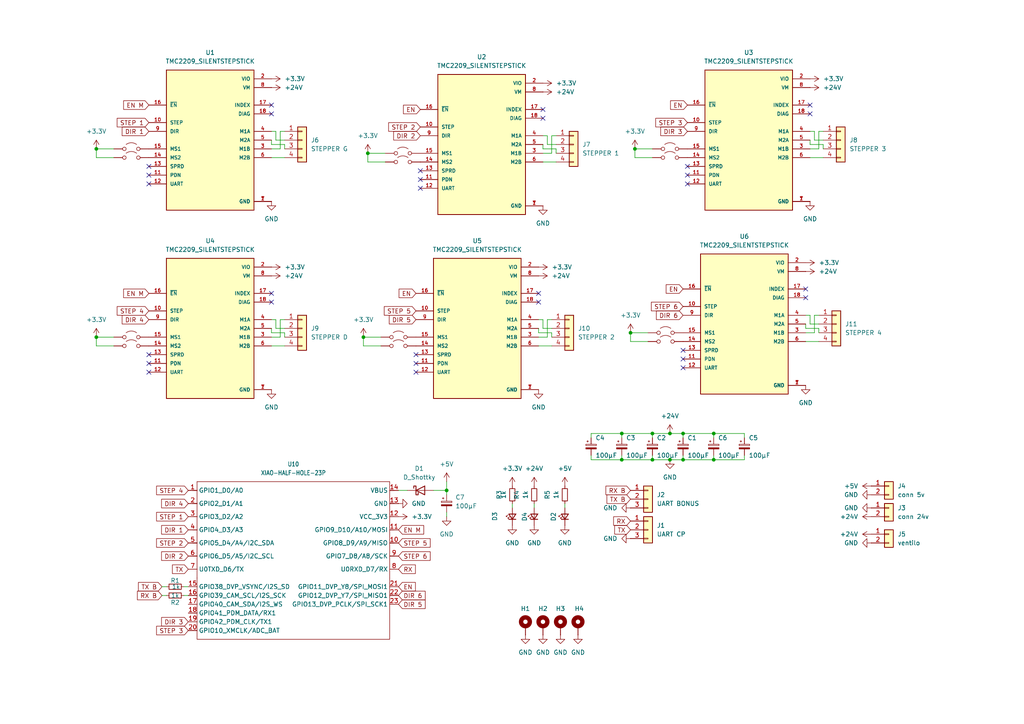
<source format=kicad_sch>
(kicad_sch (version 20250114) (generator "eeschema") (generator_version "9.0")
  (paper "A4")
  (junction (at 194.31 133.35))
  (junction (at 184.15 43.18))
  (junction (at 189.23 125.73))
  (junction (at 189.23 133.35))
  (junction (at 180.34 133.35))
  (junction (at 198.12 133.35))
  (junction (at 194.31 125.73))
  (junction (at 27.94 97.79))
  (junction (at 207.01 133.35))
  (junction (at 106.68 44.45))
  (junction (at 105.41 97.79))
  (junction (at 129.54 142.24))
  (junction (at 198.12 125.73))
  (junction (at 207.01 125.73))
  (junction (at 182.88 96.52))
  (junction (at 27.94 43.18))
  (junction (at 180.34 125.73))
  (no_connect (at 157.48 34.29))
  (no_connect (at 43.18 107.95))
  (no_connect (at 121.92 49.53))
  (no_connect (at 199.39 53.34))
  (no_connect (at 43.18 53.34))
  (no_connect (at 156.21 87.63))
  (no_connect (at 78.74 87.63))
  (no_connect (at 43.18 48.26))
  (no_connect (at 43.18 105.41))
  (no_connect (at 120.65 102.87))
  (no_connect (at 233.68 83.82))
  (no_connect (at 198.12 104.14))
  (no_connect (at 120.65 105.41))
  (no_connect (at 199.39 50.8))
  (no_connect (at 78.74 33.02))
  (no_connect (at 156.21 85.09))
  (no_connect (at 121.92 54.61))
  (no_connect (at 234.95 30.48))
  (no_connect (at 234.95 33.02))
  (no_connect (at 43.18 50.8))
  (no_connect (at 78.74 30.48))
  (no_connect (at 43.18 102.87))
  (no_connect (at 198.12 106.68))
  (no_connect (at 198.12 101.6))
  (no_connect (at 199.39 48.26))
  (no_connect (at 233.68 86.36))
  (no_connect (at 78.74 85.09))
  (no_connect (at 157.48 31.75))
  (no_connect (at 121.92 52.07))
  (no_connect (at 120.65 107.95))
  (wire (pts (xy 234.95 41.91) (xy 238.76 41.91)))
  (wire (pts (xy 27.94 43.18) (xy 27.94 45.72)))
  (wire (pts (xy 233.68 96.52) (xy 236.22 96.52)))
  (wire (pts (xy 160.02 44.45) (xy 160.02 39.37)))
  (wire (pts (xy 237.49 95.25) (xy 237.49 96.52)))
  (wire (pts (xy 234.95 40.64) (xy 234.95 41.91)))
  (wire (pts (xy 233.68 91.44) (xy 234.95 91.44)))
  (wire (pts (xy 234.95 38.1) (xy 236.22 38.1)))
  (wire (pts (xy 129.54 142.24) (xy 129.54 143.51)))
  (wire (pts (xy 46.99 170.18) (xy 48.26 170.18)))
  (wire (pts (xy 82.55 41.91) (xy 82.55 43.18)))
  (wire (pts (xy 81.28 38.1) (xy 82.55 38.1)))
  (wire (pts (xy 78.74 95.25) (xy 78.74 96.52)))
  (wire (pts (xy 106.68 44.45) (xy 111.76 44.45)))
  (wire (pts (xy 171.45 133.35) (xy 180.34 133.35)))
  (wire (pts (xy 207.01 132.08) (xy 207.01 133.35)))
  (wire (pts (xy 157.48 95.25) (xy 160.02 95.25)))
  (wire (pts (xy 237.49 43.18) (xy 237.49 38.1)))
  (wire (pts (xy 78.74 43.18) (xy 81.28 43.18)))
  (wire (pts (xy 157.48 39.37) (xy 158.75 39.37)))
  (wire (pts (xy 182.88 96.52) (xy 182.88 99.06)))
  (wire (pts (xy 233.68 99.06) (xy 237.49 99.06)))
  (wire (pts (xy 129.54 149.86) (xy 129.54 148.59)))
  (wire (pts (xy 236.22 96.52) (xy 236.22 91.44)))
  (wire (pts (xy 198.12 125.73) (xy 207.01 125.73)))
  (wire (pts (xy 78.74 38.1) (xy 80.01 38.1)))
  (wire (pts (xy 189.23 132.08) (xy 189.23 133.35)))
  (wire (pts (xy 157.48 44.45) (xy 160.02 44.45)))
  (wire (pts (xy 105.41 97.79) (xy 105.41 100.33)))
  (wire (pts (xy 189.23 125.73) (xy 189.23 127)))
  (wire (pts (xy 27.94 100.33) (xy 33.02 100.33)))
  (wire (pts (xy 207.01 133.35) (xy 215.9 133.35)))
  (wire (pts (xy 161.29 43.18) (xy 161.29 44.45)))
  (wire (pts (xy 158.75 41.91) (xy 161.29 41.91)))
  (wire (pts (xy 80.01 38.1) (xy 80.01 40.64)))
  (wire (pts (xy 27.94 43.18) (xy 33.02 43.18)))
  (wire (pts (xy 81.28 43.18) (xy 81.28 38.1)))
  (wire (pts (xy 27.94 45.72) (xy 33.02 45.72)))
  (wire (pts (xy 82.55 96.52) (xy 82.55 97.79)))
  (wire (pts (xy 156.21 97.79) (xy 158.75 97.79)))
  (wire (pts (xy 163.83 147.32) (xy 163.83 146.05)))
  (wire (pts (xy 207.01 125.73) (xy 207.01 127)))
  (wire (pts (xy 78.74 96.52) (xy 82.55 96.52)))
  (wire (pts (xy 184.15 45.72) (xy 189.23 45.72)))
  (wire (pts (xy 180.34 125.73) (xy 180.34 127)))
  (wire (pts (xy 198.12 125.73) (xy 198.12 127)))
  (wire (pts (xy 80.01 95.25) (xy 82.55 95.25)))
  (wire (pts (xy 105.41 97.79) (xy 110.49 97.79)))
  (wire (pts (xy 53.34 172.72) (xy 54.61 172.72)))
  (wire (pts (xy 194.31 125.73) (xy 198.12 125.73)))
  (wire (pts (xy 118.11 142.24) (xy 115.57 142.24)))
  (wire (pts (xy 78.74 40.64) (xy 78.74 41.91)))
  (wire (pts (xy 78.74 41.91) (xy 82.55 41.91)))
  (wire (pts (xy 215.9 125.73) (xy 207.01 125.73)))
  (wire (pts (xy 182.88 99.06) (xy 187.96 99.06)))
  (wire (pts (xy 184.15 43.18) (xy 184.15 45.72)))
  (wire (pts (xy 236.22 91.44) (xy 237.49 91.44)))
  (wire (pts (xy 184.15 43.18) (xy 189.23 43.18)))
  (wire (pts (xy 238.76 41.91) (xy 238.76 43.18)))
  (wire (pts (xy 157.48 41.91) (xy 157.48 43.18)))
  (wire (pts (xy 158.75 39.37) (xy 158.75 41.91)))
  (wire (pts (xy 78.74 97.79) (xy 81.28 97.79)))
  (wire (pts (xy 78.74 45.72) (xy 82.55 45.72)))
  (wire (pts (xy 81.28 92.71) (xy 82.55 92.71)))
  (wire (pts (xy 198.12 133.35) (xy 207.01 133.35)))
  (wire (pts (xy 180.34 125.73) (xy 189.23 125.73)))
  (wire (pts (xy 233.68 95.25) (xy 237.49 95.25)))
  (wire (pts (xy 148.59 147.32) (xy 148.59 146.05)))
  (wire (pts (xy 27.94 97.79) (xy 33.02 97.79)))
  (wire (pts (xy 156.21 100.33) (xy 160.02 100.33)))
  (wire (pts (xy 80.01 92.71) (xy 80.01 95.25)))
  (wire (pts (xy 106.68 44.45) (xy 106.68 46.99)))
  (wire (pts (xy 46.99 172.72) (xy 48.26 172.72)))
  (wire (pts (xy 234.95 93.98) (xy 237.49 93.98)))
  (wire (pts (xy 171.45 132.08) (xy 171.45 133.35)))
  (wire (pts (xy 157.48 92.71) (xy 157.48 95.25)))
  (wire (pts (xy 236.22 38.1) (xy 236.22 40.64)))
  (wire (pts (xy 81.28 97.79) (xy 81.28 92.71)))
  (wire (pts (xy 27.94 97.79) (xy 27.94 100.33)))
  (wire (pts (xy 157.48 43.18) (xy 161.29 43.18)))
  (wire (pts (xy 154.94 147.32) (xy 154.94 146.05)))
  (wire (pts (xy 160.02 39.37) (xy 161.29 39.37)))
  (wire (pts (xy 233.68 93.98) (xy 233.68 95.25)))
  (wire (pts (xy 53.34 170.18) (xy 54.61 170.18)))
  (wire (pts (xy 234.95 45.72) (xy 238.76 45.72)))
  (wire (pts (xy 157.48 46.99) (xy 161.29 46.99)))
  (wire (pts (xy 125.73 142.24) (xy 129.54 142.24)))
  (wire (pts (xy 160.02 96.52) (xy 160.02 97.79)))
  (wire (pts (xy 189.23 125.73) (xy 194.31 125.73)))
  (wire (pts (xy 215.9 125.73) (xy 215.9 127)))
  (wire (pts (xy 180.34 132.08) (xy 180.34 133.35)))
  (wire (pts (xy 180.34 133.35) (xy 189.23 133.35)))
  (wire (pts (xy 171.45 125.73) (xy 171.45 127)))
  (wire (pts (xy 215.9 132.08) (xy 215.9 133.35)))
  (wire (pts (xy 236.22 40.64) (xy 238.76 40.64)))
  (wire (pts (xy 78.74 92.71) (xy 80.01 92.71)))
  (wire (pts (xy 156.21 95.25) (xy 156.21 96.52)))
  (wire (pts (xy 234.95 91.44) (xy 234.95 93.98)))
  (wire (pts (xy 158.75 97.79) (xy 158.75 92.71)))
  (wire (pts (xy 105.41 100.33) (xy 110.49 100.33)))
  (wire (pts (xy 194.31 133.35) (xy 198.12 133.35)))
  (wire (pts (xy 80.01 40.64) (xy 82.55 40.64)))
  (wire (pts (xy 158.75 92.71) (xy 160.02 92.71)))
  (wire (pts (xy 129.54 142.24) (xy 129.54 139.7)))
  (wire (pts (xy 182.88 96.52) (xy 187.96 96.52)))
  (wire (pts (xy 106.68 46.99) (xy 111.76 46.99)))
  (wire (pts (xy 180.34 125.73) (xy 171.45 125.73)))
  (wire (pts (xy 189.23 133.35) (xy 194.31 133.35)))
  (wire (pts (xy 198.12 132.08) (xy 198.12 133.35)))
  (wire (pts (xy 78.74 100.33) (xy 82.55 100.33)))
  (wire (pts (xy 156.21 92.71) (xy 157.48 92.71)))
  (wire (pts (xy 156.21 96.52) (xy 160.02 96.52)))
  (wire (pts (xy 234.95 43.18) (xy 237.49 43.18)))
  (wire (pts (xy 237.49 38.1) (xy 238.76 38.1)))
  (global_label "STEP 6" (shape input) (at 198.12 88.9 180) (property "Intersheetrefs" "${INTERSHEET_REFS}" (effects (hide yes))))
  (global_label "DIR 5" (shape input) (at 115.57 175.26 0) (property "Intersheetrefs" "${INTERSHEET_REFS}" (effects (hide yes))))
  (global_label "STEP 4" (shape input) (at 43.18 90.17 180) (property "Intersheetrefs" "${INTERSHEET_REFS}" (effects (hide yes))))
  (global_label "DIR 3" (shape input) (at 199.39 38.1 180) (property "Intersheetrefs" "${INTERSHEET_REFS}" (effects (hide yes))))
  (global_label "EN" (shape input) (at 115.57 170.18 0) (property "Intersheetrefs" "${INTERSHEET_REFS}" (effects (hide yes))))
  (global_label "DIR 4" (shape input) (at 43.18 92.71 180) (property "Intersheetrefs" "${INTERSHEET_REFS}" (effects (hide yes))))
  (global_label "STEP 5" (shape input) (at 115.57 157.48 0) (property "Intersheetrefs" "${INTERSHEET_REFS}" (effects (hide yes))))
  (global_label "EN" (shape input) (at 120.65 85.09 180) (property "Intersheetrefs" "${INTERSHEET_REFS}" (effects (hide yes))))
  (global_label "DIR 3" (shape input) (at 54.61 180.34 180) (property "Intersheetrefs" "${INTERSHEET_REFS}" (effects (hide yes))))
  (global_label "TX B" (shape input) (at 46.99 170.18 180) (property "Intersheetrefs" "${INTERSHEET_REFS}" (effects (hide yes))))
  (global_label "DIR 2" (shape input) (at 121.92 39.37 180) (property "Intersheetrefs" "${INTERSHEET_REFS}" (effects (hide yes))))
  (global_label "STEP 2" (shape input) (at 121.92 36.83 180) (property "Intersheetrefs" "${INTERSHEET_REFS}" (effects (hide yes))))
  (global_label "EN M" (shape input) (at 43.18 30.48 180) (property "Intersheetrefs" "${INTERSHEET_REFS}" (effects (hide yes))))
  (global_label "TX B" (shape input) (at 182.88 144.78 180) (property "Intersheetrefs" "${INTERSHEET_REFS}" (effects (hide yes))))
  (global_label "TX" (shape input) (at 54.61 165.1 180) (property "Intersheetrefs" "${INTERSHEET_REFS}" (effects (hide yes))))
  (global_label "EN" (shape input) (at 198.12 83.82 180) (property "Intersheetrefs" "${INTERSHEET_REFS}" (effects (hide yes))))
  (global_label "RX B" (shape input) (at 46.99 172.72 180) (property "Intersheetrefs" "${INTERSHEET_REFS}" (effects (hide yes))))
  (global_label "DIR 4" (shape input) (at 54.61 146.05 180) (property "Intersheetrefs" "${INTERSHEET_REFS}" (effects (hide yes))))
  (global_label "STEP 3" (shape input) (at 54.61 182.88 180) (property "Intersheetrefs" "${INTERSHEET_REFS}" (effects (hide yes))))
  (global_label "DIR 5" (shape input) (at 120.65 92.71 180) (property "Intersheetrefs" "${INTERSHEET_REFS}" (effects (hide yes))))
  (global_label "STEP 1" (shape input) (at 43.18 35.56 180) (property "Intersheetrefs" "${INTERSHEET_REFS}" (effects (hide yes))))
  (global_label "DIR 1" (shape input) (at 54.61 153.67 180) (property "Intersheetrefs" "${INTERSHEET_REFS}" (effects (hide yes))))
  (global_label "EN M" (shape input) (at 43.18 85.09 180) (property "Intersheetrefs" "${INTERSHEET_REFS}" (effects (hide yes))))
  (global_label "STEP 4" (shape input) (at 54.61 142.24 180) (property "Intersheetrefs" "${INTERSHEET_REFS}" (effects (hide yes))))
  (global_label "STEP 1" (shape input) (at 54.61 149.86 180) (property "Intersheetrefs" "${INTERSHEET_REFS}" (effects (hide yes))))
  (global_label "DIR 6" (shape input) (at 115.57 172.72 0) (property "Intersheetrefs" "${INTERSHEET_REFS}" (effects (hide yes))))
  (global_label "DIR 2" (shape input) (at 54.61 161.29 180) (property "Intersheetrefs" "${INTERSHEET_REFS}" (effects (hide yes))))
  (global_label "RX B" (shape input) (at 182.88 142.24 180) (property "Intersheetrefs" "${INTERSHEET_REFS}" (effects (hide yes))))
  (global_label "EN M" (shape input) (at 115.57 153.67 0) (property "Intersheetrefs" "${INTERSHEET_REFS}" (effects (hide yes))))
  (global_label "TX" (shape input) (at 182.88 153.67 180) (property "Intersheetrefs" "${INTERSHEET_REFS}" (effects (hide yes))))
  (global_label "STEP 3" (shape input) (at 199.39 35.56 180) (property "Intersheetrefs" "${INTERSHEET_REFS}" (effects (hide yes))))
  (global_label "EN" (shape input) (at 121.92 31.75 180) (property "Intersheetrefs" "${INTERSHEET_REFS}" (effects (hide yes))))
  (global_label "RX" (shape input) (at 182.88 151.13 180) (property "Intersheetrefs" "${INTERSHEET_REFS}" (effects (hide yes))))
  (global_label "RX" (shape input) (at 115.57 165.1 0) (property "Intersheetrefs" "${INTERSHEET_REFS}" (effects (hide yes))))
  (global_label "STEP 5" (shape input) (at 120.65 90.17 180) (property "Intersheetrefs" "${INTERSHEET_REFS}" (effects (hide yes))))
  (global_label "STEP 6" (shape input) (at 115.57 161.29 0) (property "Intersheetrefs" "${INTERSHEET_REFS}" (effects (hide yes))))
  (global_label "DIR 1" (shape input) (at 43.18 38.1 180) (property "Intersheetrefs" "${INTERSHEET_REFS}" (effects (hide yes))))
  (global_label "EN" (shape input) (at 199.39 30.48 180) (property "Intersheetrefs" "${INTERSHEET_REFS}" (effects (hide yes))))
  (global_label "DIR 6" (shape input) (at 198.12 91.44 180) (property "Intersheetrefs" "${INTERSHEET_REFS}" (effects (hide yes))))
  (global_label "STEP 2" (shape input) (at 54.61 157.48 180) (property "Intersheetrefs" "${INTERSHEET_REFS}" (effects (hide yes))))
  (symbol (lib_id "Jumper:Jumper_2_Open") (at 38.1 97.79 0) (unit 1)
    (property "Reference" "JP41" (effects (hide yes)))
    (property "Value" "Jumper_2_Open" (effects (hide yes)))
    (property "Footprint" "Jumper:SolderJumper-2_P1.3mm_Open_RoundedPad1.0x1.5mm" (effects (hide yes)))
    (property "Description" "Jumper, 2-pole, open" (effects (hide yes)))
  )
  (symbol (lib_id "Jumper:Jumper_2_Open") (at 194.31 43.18 0) (unit 1)
    (property "Reference" "JP31" (effects (hide yes)))
    (property "Value" "Jumper_2_Open" (effects (hide yes)))
    (property "Footprint" "Jumper:SolderJumper-2_P1.3mm_Open_RoundedPad1.0x1.5mm" (effects (hide yes)))
    (property "Description" "Jumper, 2-pole, open" (effects (hide yes)))
  )
  (symbol (lib_id "power:+3.3V") (at 157.48 24.13 270) (unit 1)
    (property "Reference" "#PWR010" (effects (hide yes)))
    (property "Value" "+3.3V" (at 161.29 24.1299 90) (effects (justify left)))
    (property "Description" "Power symbol creates a global label with name \"+3.3V\"" (effects (hide yes)))
  )
  (symbol (lib_id "Device:C_Polarized_Small") (at 180.34 129.54 0) (unit 1)
    (property "Reference" "C3" (at 181.61 127 0) (effects (justify left)))
    (property "Value" "100µF" (at 181.61 132.08 0) (effects (justify left)))
    (property "Footprint" "Capacitor_THT:CP_Radial_D10.0mm_P5.00mm" (effects (hide yes)))
    (property "Description" "Polarized capacitor, small symbol" (effects (hide yes)))
  )
  (symbol (lib_id "Device:R_Small") (at 163.83 143.51 0) (unit 1)
    (property "Reference" "R5" (at 158.75 143.51 90))
    (property "Value" "1k" (at 161.29 143.51 90))
    (property "Footprint" "Resistor_SMD:R_1206_3216Metric_Pad1.30x1.75mm_HandSolder" (effects (hide yes)))
    (property "Description" "Resistor, small symbol" (effects (hide yes)))
  )
  (symbol (lib_id "Jumper:Jumper_2_Open") (at 194.31 45.72 0) (unit 1)
    (property "Reference" "JP32" (effects (hide yes)))
    (property "Value" "Jumper_2_Open" (effects (hide yes)))
    (property "Footprint" "Jumper:SolderJumper-2_P1.3mm_Open_RoundedPad1.0x1.5mm" (effects (hide yes)))
    (property "Description" "Jumper, 2-pole, open" (effects (hide yes)))
  )
  (symbol (lib_id "power:+3.3V") (at 78.74 77.47 270) (unit 1)
    (property "Reference" "#PWR09" (effects (hide yes)))
    (property "Value" "+3.3V" (at 82.55 77.4699 90) (effects (justify left)))
    (property "Description" "Power symbol creates a global label with name \"+3.3V\"" (effects (hide yes)))
  )
  (symbol (lib_id "Device:R_Small") (at 50.8 170.18 270) (unit 1)
    (property "Reference" "R1" (at 50.8 168.402 90))
    (property "Value" "1k" (at 51.054 170.18 90))
    (property "Footprint" "Resistor_SMD:R_1206_3216Metric_Pad1.30x1.75mm_HandSolder" (effects (hide yes)))
    (property "Description" "Resistor, small symbol" (effects (hide yes)))
  )
  (symbol (lib_id "Mechanical:MountingHole_Pad") (at 157.48 181.61 0) (unit 1)
    (property "Reference" "H2" (at 157.48 176.53 0))
    (property "Value" "MountingHole_Pad" (effects (hide yes)))
    (property "Footprint" "MountingHole:MountingHole_3.2mm_M3_Pad_Via" (effects (hide yes)))
    (property "Description" "Mounting Hole with connection" (effects (hide yes)))
  )
  (symbol (lib_id "power:GND") (at 162.56 184.15 0) (unit 1)
    (property "Reference" "#PWR033" (effects (hide yes)))
    (property "Value" "GND" (at 162.56 189.23 0))
    (property "Description" "Power symbol creates a global label with name \"GND\" , ground" (effects (hide yes)))
  )
  (symbol (lib_id "Mechanical:MountingHole_Pad") (at 162.56 181.61 0) (unit 1)
    (property "Reference" "H3" (at 162.56 176.53 0))
    (property "Value" "MountingHole_Pad" (effects (hide yes)))
    (property "Footprint" "MountingHole:MountingHole_3.2mm_M3_Pad_Via" (effects (hide yes)))
    (property "Description" "Mounting Hole with connection" (effects (hide yes)))
  )
  (symbol (lib_id "power:GND") (at 115.57 146.05 90) (unit 1)
    (property "Reference" "#PWR012" (effects (hide yes)))
    (property "Value" "GND" (at 119.38 146.0499 90) (effects (justify right)))
    (property "Description" "Power symbol creates a global label with name \"GND\" , ground" (effects (hide yes)))
  )
  (symbol (lib_id "power:+24V") (at 157.48 26.67 270) (unit 1)
    (property "Reference" "#PWR040" (effects (hide yes)))
    (property "Value" "+24V" (at 161.29 26.6699 90) (effects (justify left)))
    (property "Description" "Power symbol creates a global label with name \"+24V\"" (effects (hide yes)))
  )
  (symbol (lib_id "Jumper:Jumper_2_Open") (at 115.57 97.79 0) (unit 1)
    (property "Reference" "JP51" (effects (hide yes)))
    (property "Value" "Jumper_2_Open" (effects (hide yes)))
    (property "Footprint" "Jumper:SolderJumper-2_P1.3mm_Open_RoundedPad1.0x1.5mm" (effects (hide yes)))
    (property "Description" "Jumper, 2-pole, open" (effects (hide yes)))
  )
  (symbol (lib_id "Device:LED_Small") (at 154.94 149.86 90) (unit 1)
    (property "Reference" "D4" (at 152.146 149.86 0))
    (property "Value" "LED_Small" (effects (hide yes)))
    (property "Footprint" "LED_SMD:LED_1206_3216Metric" (effects (hide yes)))
    (property "Description" "Light emitting diode, small symbol" (effects (hide yes)))
    (property "Sim.Pin" "1=K 2=A" (effects (hide yes)))
  )
  (symbol (lib_id "power:GND") (at 163.83 152.4 0) (unit 1)
    (property "Reference" "#PWR018" (effects (hide yes)))
    (property "Value" "GND" (at 163.83 157.48 0))
    (property "Description" "Power symbol creates a global label with name \"GND\" , ground" (effects (hide yes)))
  )
  (symbol (lib_id "TMC2209_SILENTSTEPSTICK:TMC2209_SILENTSTEPSTICK") (at 139.7 41.91 0) (unit 1)
    (property "Reference" "U2" (at 139.7 16.51 0))
    (property "Value" "TMC2209_SILENTSTEPSTICK" (at 139.7 19.05 0))
    (property "Footprint" "TMC2209_SILENTSTEPSTICK:MODULE_TMC2209_SILENTSTEPSTICK" (effects (hide yes)))
    (property "MF" "Trinamic Motion Control GmbH" (effects (hide yes)))
    (property "Description_1" "TMC2209 Motor Controller/Driver Power Management Evaluation Board" (effects (hide yes)))
    (property "Package" "None" (effects (hide yes)))
    (property "Price" "None" (effects (hide yes)))
    (property "Check_prices" "https://www.snapeda.com/parts/TMC2209%20SILENTSTEPSTICK/Trinamic/view-part/?ref=eda" (effects (hide yes)))
    (property "STANDARD" "Manufacturer Recommendations" (effects (hide yes)))
    (property "PARTREV" "1.20" (effects (hide yes)))
    (property "SnapEDA_Link" "https://www.snapeda.com/parts/TMC2209%20SILENTSTEPSTICK/Trinamic/view-part/?ref=snap" (effects (hide yes)))
    (property "MP" "TMC2209 SILENTSTEPSTICK" (effects (hide yes)))
    (property "MANUFACTURER" "Trinamic Motion Control GmbH" (effects (hide yes)))
    (property "Availability" "In Stock" (effects (hide yes)))
    (property "SNAPEDA_PN" "TMC2209 SILENTSTEPSTICK" (effects (hide yes)))
  )
  (symbol (lib_id "Jumper:Jumper_2_Open") (at 193.04 99.06 0) (unit 1)
    (property "Reference" "JP62" (effects (hide yes)))
    (property "Value" "Jumper_2_Open" (effects (hide yes)))
    (property "Footprint" "Jumper:SolderJumper-2_P1.3mm_Open_RoundedPad1.0x1.5mm" (effects (hide yes)))
    (property "Description" "Jumper, 2-pole, open" (effects (hide yes)))
  )
  (symbol (lib_id "power:GND") (at 157.48 59.69 0) (unit 1)
    (property "Reference" "#PWR022" (effects (hide yes)))
    (property "Value" "GND" (at 157.48 64.77 0))
    (property "Description" "Power symbol creates a global label with name \"GND\" , ground" (effects (hide yes)))
  )
  (symbol (lib_id "power:GND") (at 78.74 58.42 0) (unit 1)
    (property "Reference" "#PWR020" (effects (hide yes)))
    (property "Value" "GND" (at 78.74 63.5 0))
    (property "Description" "Power symbol creates a global label with name \"GND\" , ground" (effects (hide yes)))
  )
  (symbol (lib_id "power:GND") (at 252.73 143.51 270) (unit 1)
    (property "Reference" "#PWR016" (effects (hide yes)))
    (property "Value" "GND" (at 248.92 143.5099 90) (effects (justify right)))
    (property "Description" "Power symbol creates a global label with name \"GND\" , ground" (effects (hide yes)))
  )
  (symbol (lib_id "MOUDLE-SEEEDUINO-XIAO-ESP32S3-Plus:Module/XIAO-HALF-HOLE-23P") (at 78.74 153.67 0) (unit 1)
    (property "Reference" "U10" (at 85.09 134.62 0) (effects (font (size 1.27 1.0795))))
    (property "Value" "XIAO-HALF-HOLE-23P" (at 85.09 137.16 0) (effects (font (size 1.27 1.0795))))
    (property "Footprint" "Seeed Studio XIAO ESP32S3 Plus KiCAD Library 2:MOUDLE23P-SMD-2.54-21X17.8MM.kicad_mod.kicad_sym" (effects (hide yes)))
    (property "Description" "XIAO-HALF-HOLE-23P" (effects (hide yes)))
    (property "SKU" "XIAO-HALF-HOLE-23P" (effects (hide yes)))
  )
  (symbol (lib_id "power:GND") (at 157.48 184.15 0) (unit 1)
    (property "Reference" "#PWR031" (effects (hide yes)))
    (property "Value" "GND" (at 157.48 189.23 0))
    (property "Description" "Power symbol creates a global label with name \"GND\" , ground" (effects (hide yes)))
  )
  (symbol (lib_id "power:+3.3V") (at 184.15 43.18 0) (unit 1)
    (property "Reference" "#PWR044" (effects (hide yes)))
    (property "Value" "+3.3V" (at 184.15 38.1 0))
    (property "Description" "Power symbol creates a global label with name \"+3.3V\"" (effects (hide yes)))
  )
  (symbol (lib_id "power:GND") (at 167.64 184.15 0) (unit 1)
    (property "Reference" "#PWR042" (effects (hide yes)))
    (property "Value" "GND" (at 167.64 189.23 0))
    (property "Description" "Power symbol creates a global label with name \"GND\" , ground" (effects (hide yes)))
  )
  (symbol (lib_id "TMC2209_SILENTSTEPSTICK:TMC2209_SILENTSTEPSTICK") (at 215.9 93.98 0) (unit 1)
    (property "Reference" "U6" (at 215.9 68.58 0))
    (property "Value" "TMC2209_SILENTSTEPSTICK" (at 215.9 71.12 0))
    (property "Footprint" "TMC2209_SILENTSTEPSTICK:MODULE_TMC2209_SILENTSTEPSTICK" (effects (hide yes)))
    (property "MF" "Trinamic Motion Control GmbH" (effects (hide yes)))
    (property "Description_1" "TMC2209 Motor Controller/Driver Power Management Evaluation Board" (effects (hide yes)))
    (property "Package" "None" (effects (hide yes)))
    (property "Price" "None" (effects (hide yes)))
    (property "Check_prices" "https://www.snapeda.com/parts/TMC2209%20SILENTSTEPSTICK/Trinamic/view-part/?ref=eda" (effects (hide yes)))
    (property "STANDARD" "Manufacturer Recommendations" (effects (hide yes)))
    (property "PARTREV" "1.20" (effects (hide yes)))
    (property "SnapEDA_Link" "https://www.snapeda.com/parts/TMC2209%20SILENTSTEPSTICK/Trinamic/view-part/?ref=snap" (effects (hide yes)))
    (property "MP" "TMC2209 SILENTSTEPSTICK" (effects (hide yes)))
    (property "MANUFACTURER" "Trinamic Motion Control GmbH" (effects (hide yes)))
    (property "Availability" "In Stock" (effects (hide yes)))
    (property "SNAPEDA_PN" "TMC2209 SILENTSTEPSTICK" (effects (hide yes)))
  )
  (symbol (lib_id "power:+3.3V") (at 27.94 97.79 0) (unit 1)
    (property "Reference" "#PWR027" (effects (hide yes)))
    (property "Value" "+3.3V" (at 27.94 92.71 0))
    (property "Description" "Power symbol creates a global label with name \"+3.3V\"" (effects (hide yes)))
  )
  (symbol (lib_id "Mechanical:MountingHole_Pad") (at 152.4 181.61 0) (unit 1)
    (property "Reference" "H1" (at 152.4 176.53 0))
    (property "Value" "MountingHole_Pad" (effects (hide yes)))
    (property "Footprint" "MountingHole:MountingHole_3.2mm_M3_Pad_Via" (effects (hide yes)))
    (property "Description" "Mounting Hole with connection" (effects (hide yes)))
  )
  (symbol (lib_id "power:+3.3V") (at 27.94 43.18 0) (unit 1)
    (property "Reference" "#PWR026" (effects (hide yes)))
    (property "Value" "+3.3V" (at 27.94 38.1 0))
    (property "Description" "Power symbol creates a global label with name \"+3.3V\"" (effects (hide yes)))
  )
  (symbol (lib_id "Connector_Generic:Conn_01x04") (at 165.1 95.25 0) (unit 1)
    (property "Reference" "J10" (at 167.64 95.2499 0) (effects (justify left)))
    (property "Value" "STEPPER 2" (at 167.64 97.7899 0) (effects (justify left)))
    (property "Footprint" "Connector_Molex:Molex_KK-254_AE-6410-04A_1x04_P2.54mm_Vertical" (effects (hide yes)))
    (property "Description" "Generic connector, single row, 01x04, script generated (kicad-library-utils/schlib/autogen/connector/)" (effects (hide yes)))
  )
  (symbol (lib_id "Connector_Generic:Conn_01x04") (at 87.63 95.25 0) (unit 1)
    (property "Reference" "J9" (at 90.17 95.2499 0) (effects (justify left)))
    (property "Value" "STEPPER D" (at 90.17 97.7899 0) (effects (justify left)))
    (property "Footprint" "Connector_Molex:Molex_KK-254_AE-6410-04A_1x04_P2.54mm_Vertical" (effects (hide yes)))
    (property "Description" "Generic connector, single row, 01x04, script generated (kicad-library-utils/schlib/autogen/connector/)" (effects (hide yes)))
  )
  (symbol (lib_id "power:GND") (at 78.74 113.03 0) (unit 1)
    (property "Reference" "#PWR021" (effects (hide yes)))
    (property "Value" "GND" (at 78.74 118.11 0))
    (property "Description" "Power symbol creates a global label with name \"GND\" , ground" (effects (hide yes)))
  )
  (symbol (lib_id "Device:LED_Small") (at 163.83 149.86 90) (unit 1)
    (property "Reference" "D2" (at 160.528 149.86 0))
    (property "Value" "LED_Small" (effects (hide yes)))
    (property "Footprint" "LED_SMD:LED_1206_3216Metric" (effects (hide yes)))
    (property "Description" "Light emitting diode, small symbol" (effects (hide yes)))
    (property "Sim.Pin" "1=K 2=A" (effects (hide yes)))
  )
  (symbol (lib_id "Jumper:Jumper_2_Open") (at 38.1 43.18 0) (unit 1)
    (property "Reference" "JP11" (effects (hide yes)))
    (property "Value" "Jumper_2_Open" (effects (hide yes)))
    (property "Footprint" "Jumper:SolderJumper-2_P1.3mm_Open_RoundedPad1.0x1.5mm" (effects (hide yes)))
    (property "Description" "Jumper, 2-pole, open" (effects (hide yes)))
  )
  (symbol (lib_id "power:+24V") (at 194.31 125.73 0) (mirror y) (unit 1)
    (property "Reference" "#PWR037" (effects (hide yes)))
    (property "Value" "+24V" (at 194.31 120.65 0))
    (property "Description" "Power symbol creates a global label with name \"+24V\"" (effects (hide yes)))
  )
  (symbol (lib_id "power:GND") (at 182.88 147.32 270) (unit 1)
    (property "Reference" "#PWR063" (effects (hide yes)))
    (property "Value" "GND" (at 179.07 147.3199 90) (effects (justify right)))
    (property "Description" "Power symbol creates a global label with name \"GND\" , ground" (effects (hide yes)))
  )
  (symbol (lib_id "Connector_Generic:Conn_01x03") (at 187.96 144.78 0) (unit 1)
    (property "Reference" "J2" (at 190.5 143.5099 0) (effects (justify left)))
    (property "Value" "UART BONUS" (at 190.5 146.0499 0) (effects (justify left)))
    (property "Footprint" "Connector_Molex:Molex_KK-254_AE-6410-03A_1x03_P2.54mm_Vertical" (effects (hide yes)))
    (property "Description" "Generic connector, single row, 01x03, script generated (kicad-library-utils/schlib/autogen/connector/)" (effects (hide yes)))
  )
  (symbol (lib_id "power:+24V") (at 233.68 78.74 270) (unit 1)
    (property "Reference" "#PWR045" (effects (hide yes)))
    (property "Value" "+24V" (at 237.49 78.7399 90) (effects (justify left)))
    (property "Description" "Power symbol creates a global label with name \"+24V\"" (effects (hide yes)))
  )
  (symbol (lib_id "power:+24V") (at 154.94 140.97 0) (unit 1)
    (property "Reference" "#PWR035" (effects (hide yes)))
    (property "Value" "+24V" (at 154.94 135.89 0))
    (property "Description" "Power symbol creates a global label with name \"+24V\"" (effects (hide yes)))
  )
  (symbol (lib_id "power:+3.3V") (at 234.95 22.86 270) (unit 1)
    (property "Reference" "#PWR014" (effects (hide yes)))
    (property "Value" "+3.3V" (at 238.76 22.8599 90) (effects (justify left)))
    (property "Description" "Power symbol creates a global label with name \"+3.3V\"" (effects (hide yes)))
  )
  (symbol (lib_id "power:GND") (at 252.73 147.32 270) (unit 1)
    (property "Reference" "#PWR08" (effects (hide yes)))
    (property "Value" "GND" (at 248.92 147.3199 90) (effects (justify right)))
    (property "Description" "Power symbol creates a global label with name \"GND\" , ground" (effects (hide yes)))
  )
  (symbol (lib_id "Device:R_Small") (at 148.59 143.51 0) (unit 1)
    (property "Reference" "R3" (at 144.78 143.51 90))
    (property "Value" "1k" (at 146.05 143.51 90))
    (property "Footprint" "Resistor_SMD:R_1206_3216Metric_Pad1.30x1.75mm_HandSolder" (effects (hide yes)))
    (property "Description" "Resistor, small symbol" (effects (hide yes)))
  )
  (symbol (lib_id "power:+24V") (at 78.74 25.4 270) (unit 1)
    (property "Reference" "#PWR038" (effects (hide yes)))
    (property "Value" "+24V" (at 82.55 25.3999 90) (effects (justify left)))
    (property "Description" "Power symbol creates a global label with name \"+24V\"" (effects (hide yes)))
  )
  (symbol (lib_id "Jumper:Jumper_2_Open") (at 38.1 100.33 0) (unit 1)
    (property "Reference" "JP42" (effects (hide yes)))
    (property "Value" "Jumper_2_Open" (effects (hide yes)))
    (property "Footprint" "Jumper:SolderJumper-2_P1.3mm_Open_RoundedPad1.0x1.5mm" (effects (hide yes)))
    (property "Description" "Jumper, 2-pole, open" (effects (hide yes)))
  )
  (symbol (lib_id "power:+3.3V") (at 78.74 22.86 270) (unit 1)
    (property "Reference" "#PWR07" (effects (hide yes)))
    (property "Value" "+3.3V" (at 82.55 22.8599 90) (effects (justify left)))
    (property "Description" "Power symbol creates a global label with name \"+3.3V\"" (effects (hide yes)))
  )
  (symbol (lib_id "power:+24V") (at 252.73 149.86 90) (unit 1)
    (property "Reference" "#PWR01" (effects (hide yes)))
    (property "Value" "+24V" (at 248.92 149.8599 90) (effects (justify left)))
    (property "Description" "Power symbol creates a global label with name \"+24V\"" (effects (hide yes)))
  )
  (symbol (lib_id "Connector_Generic:Conn_01x02") (at 257.81 140.97 0) (unit 1)
    (property "Reference" "J4" (at 260.35 140.9699 0) (effects (justify left)))
    (property "Value" "conn 5v" (at 260.35 143.5099 0) (effects (justify left)))
    (property "Footprint" "Connector_Molex:Molex_KK-254_AE-6410-02A_1x02_P2.54mm_Vertical" (effects (hide yes)))
    (property "Description" "Generic connector, single row, 01x02, script generated (kicad-library-utils/schlib/autogen/connector/)" (effects (hide yes)))
  )
  (symbol (lib_id "Device:C_Polarized_Small") (at 215.9 129.54 0) (unit 1)
    (property "Reference" "C5" (at 217.17 127 0) (effects (justify left)))
    (property "Value" "100µF" (at 217.17 132.08 0) (effects (justify left)))
    (property "Footprint" "Capacitor_THT:CP_Radial_D10.0mm_P5.00mm" (effects (hide yes)))
    (property "Description" "Polarized capacitor, small symbol" (effects (hide yes)))
  )
  (symbol (lib_id "Jumper:Jumper_2_Open") (at 38.1 45.72 0) (unit 1)
    (property "Reference" "JP12" (effects (hide yes)))
    (property "Value" "Jumper_2_Open" (effects (hide yes)))
    (property "Footprint" "Jumper:SolderJumper-2_P1.3mm_Open_RoundedPad1.0x1.5mm" (effects (hide yes)))
    (property "Description" "Jumper, 2-pole, open" (effects (hide yes)))
  )
  (symbol (lib_id "Device:C_Polarized_Small") (at 129.54 146.05 0) (unit 1)
    (property "Reference" "C7" (at 132.08 144.2338 0) (effects (justify left)))
    (property "Value" "100µF" (at 132.08 146.7738 0) (effects (justify left)))
    (property "Footprint" "Capacitor_THT:CP_Radial_D5.0mm_P2.00mm" (effects (hide yes)))
    (property "Description" "Polarized capacitor, small symbol" (effects (hide yes)))
  )
  (symbol (lib_id "Device:C_Polarized_Small") (at 207.01 129.54 0) (unit 1)
    (property "Reference" "C6" (at 208.28 127 0) (effects (justify left)))
    (property "Value" "100µF" (at 208.28 132.08 0) (effects (justify left)))
    (property "Footprint" "Capacitor_THT:CP_Radial_D10.0mm_P5.00mm" (effects (hide yes)))
    (property "Description" "Polarized capacitor, small symbol" (effects (hide yes)))
  )
  (symbol (lib_id "power:GND") (at 148.59 152.4 0) (unit 1)
    (property "Reference" "#PWR034" (effects (hide yes)))
    (property "Value" "GND" (at 148.59 157.48 0))
    (property "Description" "Power symbol creates a global label with name \"GND\" , ground" (effects (hide yes)))
  )
  (symbol (lib_id "Connector_Generic:Conn_01x02") (at 257.81 147.32 0) (unit 1)
    (property "Reference" "J3" (at 260.35 147.3199 0) (effects (justify left)))
    (property "Value" "conn 24v" (at 260.35 149.8599 0) (effects (justify left)))
    (property "Footprint" "Connector_AMASS:AMASS_XT30U-F_1x02_P5.0mm_Vertical" (effects (hide yes)))
    (property "Description" "Generic connector, single row, 01x02, script generated (kicad-library-utils/schlib/autogen/connector/)" (effects (hide yes)))
  )
  (symbol (lib_id "power:GND") (at 152.4 184.15 0) (unit 1)
    (property "Reference" "#PWR030" (effects (hide yes)))
    (property "Value" "GND" (at 152.4 189.23 0))
    (property "Description" "Power symbol creates a global label with name \"GND\" , ground" (effects (hide yes)))
  )
  (symbol (lib_id "power:+24V") (at 78.74 80.01 270) (unit 1)
    (property "Reference" "#PWR039" (effects (hide yes)))
    (property "Value" "+24V" (at 82.55 80.0099 90) (effects (justify left)))
    (property "Description" "Power symbol creates a global label with name \"+24V\"" (effects (hide yes)))
  )
  (symbol (lib_id "Device:C_Polarized_Small") (at 198.12 129.54 0) (unit 1)
    (property "Reference" "C1" (at 199.39 127 0) (effects (justify left)))
    (property "Value" "100µF" (at 199.39 132.08 0) (effects (justify left)))
    (property "Footprint" "Capacitor_THT:CP_Radial_D10.0mm_P5.00mm" (effects (hide yes)))
    (property "Description" "Polarized capacitor, small symbol" (effects (hide yes)))
  )
  (symbol (lib_id "TMC2209_SILENTSTEPSTICK:TMC2209_SILENTSTEPSTICK") (at 60.96 40.64 0) (unit 1)
    (property "Reference" "U1" (at 60.96 15.24 0))
    (property "Value" "TMC2209_SILENTSTEPSTICK" (at 60.96 17.78 0))
    (property "Footprint" "TMC2209_SILENTSTEPSTICK:MODULE_TMC2209_SILENTSTEPSTICK" (effects (hide yes)))
    (property "MF" "Trinamic Motion Control GmbH" (effects (hide yes)))
    (property "Description_1" "TMC2209 Motor Controller/Driver Power Management Evaluation Board" (effects (hide yes)))
    (property "Package" "None" (effects (hide yes)))
    (property "Price" "None" (effects (hide yes)))
    (property "Check_prices" "https://www.snapeda.com/parts/TMC2209%20SILENTSTEPSTICK/Trinamic/view-part/?ref=eda" (effects (hide yes)))
    (property "STANDARD" "Manufacturer Recommendations" (effects (hide yes)))
    (property "PARTREV" "1.20" (effects (hide yes)))
    (property "SnapEDA_Link" "https://www.snapeda.com/parts/TMC2209%20SILENTSTEPSTICK/Trinamic/view-part/?ref=snap" (effects (hide yes)))
    (property "MP" "TMC2209 SILENTSTEPSTICK" (effects (hide yes)))
    (property "MANUFACTURER" "Trinamic Motion Control GmbH" (effects (hide yes)))
    (property "Availability" "In Stock" (effects (hide yes)))
    (property "SNAPEDA_PN" "TMC2209 SILENTSTEPSTICK" (effects (hide yes)))
  )
  (symbol (lib_id "Connector_Generic:Conn_01x04") (at 166.37 41.91 0) (unit 1)
    (property "Reference" "J7" (at 168.91 41.9099 0) (effects (justify left)))
    (property "Value" "STEPPER 1" (at 168.91 44.4499 0) (effects (justify left)))
    (property "Footprint" "Connector_Molex:Molex_KK-254_AE-6410-04A_1x04_P2.54mm_Vertical" (effects (hide yes)))
    (property "Description" "Generic connector, single row, 01x04, script generated (kicad-library-utils/schlib/autogen/connector/)" (effects (hide yes)))
  )
  (symbol (lib_id "power:GND") (at 234.95 58.42 0) (unit 1)
    (property "Reference" "#PWR025" (effects (hide yes)))
    (property "Value" "GND" (at 234.95 63.5 0))
    (property "Description" "Power symbol creates a global label with name \"GND\" , ground" (effects (hide yes)))
  )
  (symbol (lib_id "TMC2209_SILENTSTEPSTICK:TMC2209_SILENTSTEPSTICK") (at 138.43 95.25 0) (unit 1)
    (property "Reference" "U5" (at 138.43 69.85 0))
    (property "Value" "TMC2209_SILENTSTEPSTICK" (at 138.43 72.39 0))
    (property "Footprint" "TMC2209_SILENTSTEPSTICK:MODULE_TMC2209_SILENTSTEPSTICK" (effects (hide yes)))
    (property "MF" "Trinamic Motion Control GmbH" (effects (hide yes)))
    (property "Description_1" "TMC2209 Motor Controller/Driver Power Management Evaluation Board" (effects (hide yes)))
    (property "Package" "None" (effects (hide yes)))
    (property "Price" "None" (effects (hide yes)))
    (property "Check_prices" "https://www.snapeda.com/parts/TMC2209%20SILENTSTEPSTICK/Trinamic/view-part/?ref=eda" (effects (hide yes)))
    (property "STANDARD" "Manufacturer Recommendations" (effects (hide yes)))
    (property "PARTREV" "1.20" (effects (hide yes)))
    (property "SnapEDA_Link" "https://www.snapeda.com/parts/TMC2209%20SILENTSTEPSTICK/Trinamic/view-part/?ref=snap" (effects (hide yes)))
    (property "MP" "TMC2209 SILENTSTEPSTICK" (effects (hide yes)))
    (property "MANUFACTURER" "Trinamic Motion Control GmbH" (effects (hide yes)))
    (property "Availability" "In Stock" (effects (hide yes)))
    (property "SNAPEDA_PN" "TMC2209 SILENTSTEPSTICK" (effects (hide yes)))
  )
  (symbol (lib_id "Connector_Generic:Conn_01x02") (at 257.81 154.94 0) (unit 1)
    (property "Reference" "J5" (at 260.35 154.9399 0) (effects (justify left)))
    (property "Value" "ventilo" (at 260.35 157.4799 0) (effects (justify left)))
    (property "Footprint" "Connector_Molex:Molex_KK-254_AE-6410-02A_1x02_P2.54mm_Vertical" (effects (hide yes)))
    (property "Description" "Generic connector, single row, 01x02, script generated (kicad-library-utils/schlib/autogen/connector/)" (effects (hide yes)))
  )
  (symbol (lib_id "power:+24V") (at 234.95 25.4 270) (unit 1)
    (property "Reference" "#PWR046" (effects (hide yes)))
    (property "Value" "+24V" (at 238.76 25.3999 90) (effects (justify left)))
    (property "Description" "Power symbol creates a global label with name \"+24V\"" (effects (hide yes)))
  )
  (symbol (lib_id "power:+3.3V") (at 156.21 77.47 270) (unit 1)
    (property "Reference" "#PWR011" (effects (hide yes)))
    (property "Value" "+3.3V" (at 160.02 77.4699 90) (effects (justify left)))
    (property "Description" "Power symbol creates a global label with name \"+3.3V\"" (effects (hide yes)))
  )
  (symbol (lib_id "Device:R_Small") (at 50.8 172.72 270) (unit 1)
    (property "Reference" "R2" (at 50.8 174.752 90))
    (property "Value" "1k" (at 50.8 172.72 90))
    (property "Footprint" "Resistor_SMD:R_1206_3216Metric_Pad1.30x1.75mm_HandSolder" (effects (hide yes)))
    (property "Description" "Resistor, small symbol" (effects (hide yes)))
  )
  (symbol (lib_id "TMC2209_SILENTSTEPSTICK:TMC2209_SILENTSTEPSTICK") (at 60.96 95.25 0) (unit 1)
    (property "Reference" "U4" (at 60.96 69.85 0))
    (property "Value" "TMC2209_SILENTSTEPSTICK" (at 60.96 72.39 0))
    (property "Footprint" "TMC2209_SILENTSTEPSTICK:MODULE_TMC2209_SILENTSTEPSTICK" (effects (hide yes)))
    (property "MF" "Trinamic Motion Control GmbH" (effects (hide yes)))
    (property "Description_1" "TMC2209 Motor Controller/Driver Power Management Evaluation Board" (effects (hide yes)))
    (property "Package" "None" (effects (hide yes)))
    (property "Price" "None" (effects (hide yes)))
    (property "Check_prices" "https://www.snapeda.com/parts/TMC2209%20SILENTSTEPSTICK/Trinamic/view-part/?ref=eda" (effects (hide yes)))
    (property "STANDARD" "Manufacturer Recommendations" (effects (hide yes)))
    (property "PARTREV" "1.20" (effects (hide yes)))
    (property "SnapEDA_Link" "https://www.snapeda.com/parts/TMC2209%20SILENTSTEPSTICK/Trinamic/view-part/?ref=snap" (effects (hide yes)))
    (property "MP" "TMC2209 SILENTSTEPSTICK" (effects (hide yes)))
    (property "MANUFACTURER" "Trinamic Motion Control GmbH" (effects (hide yes)))
    (property "Availability" "In Stock" (effects (hide yes)))
    (property "SNAPEDA_PN" "TMC2209 SILENTSTEPSTICK" (effects (hide yes)))
  )
  (symbol (lib_id "Diode:SB120") (at 121.92 142.24 0) (unit 1)
    (property "Reference" "D1" (at 121.6025 135.89 0))
    (property "Value" "D_Shottky" (at 121.6025 138.43 0))
    (property "Footprint" "Diode_THT:D_DO-41_SOD81_P10.16mm_Horizontal" (effects (hide yes)))
    (property "Datasheet" "http://www.diodes.com/_files/datasheets/ds23022.pdf" (effects (hide yes)))
    (property "Description" "20V 1A Schottky Barrier Rectifier Diode, DO-41" (effects (hide yes)))
  )
  (symbol (lib_id "power:+3.3V") (at 233.68 76.2 270) (unit 1)
    (property "Reference" "#PWR013" (effects (hide yes)))
    (property "Value" "+3.3V" (at 237.49 76.1999 90) (effects (justify left)))
    (property "Description" "Power symbol creates a global label with name \"+3.3V\"" (effects (hide yes)))
  )
  (symbol (lib_id "Device:LED_Small") (at 148.59 149.86 90) (unit 1)
    (property "Reference" "D3" (at 143.51 149.7965 0))
    (property "Value" "LED_Small" (effects (hide yes)))
    (property "Footprint" "LED_SMD:LED_1206_3216Metric" (effects (hide yes)))
    (property "Description" "Light emitting diode, small symbol" (effects (hide yes)))
    (property "Sim.Pin" "1=K 2=A" (effects (hide yes)))
  )
  (symbol (lib_id "Mechanical:MountingHole_Pad") (at 167.64 181.61 0) (unit 1)
    (property "Reference" "H4" (at 166.624 176.53 0) (effects (justify left)))
    (property "Value" "MountingHole_Pad" (effects (hide yes)))
    (property "Footprint" "MountingHole:MountingHole_3.2mm_M3_Pad_Via" (effects (hide yes)))
    (property "Description" "Mounting Hole with connection" (effects (hide yes)))
  )
  (symbol (lib_id "Connector_Generic:Conn_01x04") (at 243.84 40.64 0) (unit 1)
    (property "Reference" "J8" (at 246.38 40.6399 0) (effects (justify left)))
    (property "Value" "STEPPER 3" (at 246.38 43.1799 0) (effects (justify left)))
    (property "Footprint" "Connector_Molex:Molex_KK-254_AE-6410-04A_1x04_P2.54mm_Vertical" (effects (hide yes)))
    (property "Description" "Generic connector, single row, 01x04, script generated (kicad-library-utils/schlib/autogen/connector/)" (effects (hide yes)))
  )
  (symbol (lib_id "power:GND") (at 252.73 157.48 270) (unit 1)
    (property "Reference" "#PWR019" (effects (hide yes)))
    (property "Value" "GND" (at 248.92 157.4799 90) (effects (justify right)))
    (property "Description" "Power symbol creates a global label with name \"GND\" , ground" (effects (hide yes)))
  )
  (symbol (lib_id "power:GND") (at 182.88 156.21 270) (unit 1)
    (property "Reference" "#PWR062" (effects (hide yes)))
    (property "Value" "GND" (at 179.07 156.2099 90) (effects (justify right)))
    (property "Description" "Power symbol creates a global label with name \"GND\" , ground" (effects (hide yes)))
  )
  (symbol (lib_id "power:+24V") (at 156.21 80.01 270) (unit 1)
    (property "Reference" "#PWR041" (effects (hide yes)))
    (property "Value" "+24V" (at 160.02 80.0099 90) (effects (justify left)))
    (property "Description" "Power symbol creates a global label with name \"+24V\"" (effects (hide yes)))
  )
  (symbol (lib_id "Jumper:Jumper_2_Open") (at 116.84 46.99 0) (unit 1)
    (property "Reference" "JP22" (effects (hide yes)))
    (property "Value" "Jumper_2_Open" (effects (hide yes)))
    (property "Footprint" "Jumper:SolderJumper-2_P1.3mm_Open_RoundedPad1.0x1.5mm" (effects (hide yes)))
    (property "Description" "Jumper, 2-pole, open" (effects (hide yes)))
  )
  (symbol (lib_id "power:+5V") (at 129.54 139.7 0) (unit 1)
    (property "Reference" "#PWR05" (effects (hide yes)))
    (property "Value" "+5V" (at 129.54 134.62 0))
    (property "Description" "Power symbol creates a global label with name \"+5V\"" (effects (hide yes)))
  )
  (symbol (lib_id "power:GND") (at 233.68 111.76 0) (unit 1)
    (property "Reference" "#PWR024" (effects (hide yes)))
    (property "Value" "GND" (at 233.68 116.84 0))
    (property "Description" "Power symbol creates a global label with name \"GND\" , ground" (effects (hide yes)))
  )
  (symbol (lib_id "power:GND") (at 129.54 149.86 0) (unit 1)
    (property "Reference" "#PWR06" (effects (hide yes)))
    (property "Value" "GND" (at 129.54 154.94 0))
    (property "Description" "Power symbol creates a global label with name \"GND\" , ground" (effects (hide yes)))
  )
  (symbol (lib_id "power:+5V") (at 252.73 140.97 90) (unit 1)
    (property "Reference" "#PWR02" (effects (hide yes)))
    (property "Value" "+5V" (at 248.92 140.9699 90) (effects (justify left)))
    (property "Description" "Power symbol creates a global label with name \"+5V\"" (effects (hide yes)))
  )
  (symbol (lib_id "power:+5V") (at 163.83 140.97 0) (unit 1)
    (property "Reference" "#PWR017" (effects (hide yes)))
    (property "Value" "+5V" (at 163.83 135.89 0))
    (property "Description" "Power symbol creates a global label with name \"+5V\"" (effects (hide yes)))
  )
  (symbol (lib_id "Device:C_Polarized_Small") (at 171.45 129.54 0) (unit 1)
    (property "Reference" "C4" (at 172.72 127 0) (effects (justify left)))
    (property "Value" "100µF" (at 172.72 132.08 0) (effects (justify left)))
    (property "Footprint" "Capacitor_THT:CP_Radial_D10.0mm_P5.00mm" (effects (hide yes)))
    (property "Description" "Polarized capacitor, small symbol" (effects (hide yes)))
  )
  (symbol (lib_id "power:+3.3V") (at 115.57 149.86 270) (unit 1)
    (property "Reference" "#PWR04" (effects (hide yes)))
    (property "Value" "+3.3V" (at 119.38 149.8599 90) (effects (justify left)))
    (property "Description" "Power symbol creates a global label with name \"+3.3V\"" (effects (hide yes)))
  )
  (symbol (lib_id "Jumper:Jumper_2_Open") (at 115.57 100.33 0) (unit 1)
    (property "Reference" "JP52" (effects (hide yes)))
    (property "Value" "Jumper_2_Open" (effects (hide yes)))
    (property "Footprint" "Jumper:SolderJumper-2_P1.3mm_Open_RoundedPad1.0x1.5mm" (effects (hide yes)))
    (property "Description" "Jumper, 2-pole, open" (effects (hide yes)))
  )
  (symbol (lib_id "power:GND") (at 194.31 133.35 0) (unit 1)
    (property "Reference" "#PWR03" (effects (hide yes)))
    (property "Value" "GND" (at 194.31 138.43 0))
    (property "Description" "Power symbol creates a global label with name \"GND\" , ground" (effects (hide yes)))
  )
  (symbol (lib_id "Jumper:Jumper_2_Open") (at 116.84 44.45 0) (unit 1)
    (property "Reference" "JP21" (effects (hide yes)))
    (property "Value" "Jumper_2_Open" (effects (hide yes)))
    (property "Footprint" "Jumper:SolderJumper-2_P1.3mm_Open_RoundedPad1.0x1.5mm" (effects (hide yes)))
    (property "Description" "Jumper, 2-pole, open" (effects (hide yes)))
  )
  (symbol (lib_id "power:+3.3V") (at 182.88 96.52 0) (unit 1)
    (property "Reference" "#PWR043" (effects (hide yes)))
    (property "Value" "+3.3V" (at 182.88 91.44 0))
    (property "Description" "Power symbol creates a global label with name \"+3.3V\"" (effects (hide yes)))
  )
  (symbol (lib_id "Jumper:Jumper_2_Open") (at 193.04 96.52 0) (unit 1)
    (property "Reference" "JP61" (effects (hide yes)))
    (property "Value" "Jumper_2_Open" (effects (hide yes)))
    (property "Footprint" "Jumper:SolderJumper-2_P1.3mm_Open_RoundedPad1.0x1.5mm" (effects (hide yes)))
    (property "Description" "Jumper, 2-pole, open" (effects (hide yes)))
  )
  (symbol (lib_id "Connector_Generic:Conn_01x04") (at 242.57 93.98 0) (unit 1)
    (property "Reference" "J11" (at 245.11 93.9799 0) (effects (justify left)))
    (property "Value" "STEPPER 4" (at 245.11 96.5199 0) (effects (justify left)))
    (property "Footprint" "Connector_Molex:Molex_KK-254_AE-6410-04A_1x04_P2.54mm_Vertical" (effects (hide yes)))
    (property "Description" "Generic connector, single row, 01x04, script generated (kicad-library-utils/schlib/autogen/connector/)" (effects (hide yes)))
  )
  (symbol (lib_id "TMC2209_SILENTSTEPSTICK:TMC2209_SILENTSTEPSTICK") (at 217.17 40.64 0) (unit 1)
    (property "Reference" "U3" (at 217.17 15.24 0))
    (property "Value" "TMC2209_SILENTSTEPSTICK" (at 217.17 17.78 0))
    (property "Footprint" "TMC2209_SILENTSTEPSTICK:MODULE_TMC2209_SILENTSTEPSTICK" (effects (hide yes)))
    (property "MF" "Trinamic Motion Control GmbH" (effects (hide yes)))
    (property "Description_1" "TMC2209 Motor Controller/Driver Power Management Evaluation Board" (effects (hide yes)))
    (property "Package" "None" (effects (hide yes)))
    (property "Price" "None" (effects (hide yes)))
    (property "Check_prices" "https://www.snapeda.com/parts/TMC2209%20SILENTSTEPSTICK/Trinamic/view-part/?ref=eda" (effects (hide yes)))
    (property "STANDARD" "Manufacturer Recommendations" (effects (hide yes)))
    (property "PARTREV" "1.20" (effects (hide yes)))
    (property "SnapEDA_Link" "https://www.snapeda.com/parts/TMC2209%20SILENTSTEPSTICK/Trinamic/view-part/?ref=snap" (effects (hide yes)))
    (property "MP" "TMC2209 SILENTSTEPSTICK" (effects (hide yes)))
    (property "MANUFACTURER" "Trinamic Motion Control GmbH" (effects (hide yes)))
    (property "Availability" "In Stock" (effects (hide yes)))
    (property "SNAPEDA_PN" "TMC2209 SILENTSTEPSTICK" (effects (hide yes)))
  )
  (symbol (lib_id "Device:C_Polarized_Small") (at 189.23 129.54 0) (unit 1)
    (property "Reference" "C2" (at 190.5 127 0) (effects (justify left)))
    (property "Value" "100µF" (at 190.5 132.08 0) (effects (justify left)))
    (property "Footprint" "Capacitor_THT:CP_Radial_D10.0mm_P5.00mm" (effects (hide yes)))
    (property "Description" "Polarized capacitor, small symbol" (effects (hide yes)))
  )
  (symbol (lib_id "Device:R_Small") (at 154.94 143.51 0) (unit 1)
    (property "Reference" "R4" (at 149.86 143.51 90))
    (property "Value" "1k" (at 152.4 143.51 90))
    (property "Footprint" "Resistor_SMD:R_1206_3216Metric_Pad1.30x1.75mm_HandSolder" (effects (hide yes)))
    (property "Description" "Resistor, small symbol" (effects (hide yes)))
  )
  (symbol (lib_id "power:GND") (at 156.21 113.03 0) (unit 1)
    (property "Reference" "#PWR023" (effects (hide yes)))
    (property "Value" "GND" (at 156.21 118.11 0))
    (property "Description" "Power symbol creates a global label with name \"GND\" , ground" (effects (hide yes)))
  )
  (symbol (lib_id "power:+3.3V") (at 105.41 97.79 0) (unit 1)
    (property "Reference" "#PWR029" (effects (hide yes)))
    (property "Value" "+3.3V" (at 105.41 92.71 0))
    (property "Description" "Power symbol creates a global label with name \"+3.3V\"" (effects (hide yes)))
  )
  (symbol (lib_id "power:GND") (at 154.94 152.4 0) (unit 1)
    (property "Reference" "#PWR036" (effects (hide yes)))
    (property "Value" "GND" (at 154.94 157.48 0))
    (property "Description" "Power symbol creates a global label with name \"GND\" , ground" (effects (hide yes)))
  )
  (symbol (lib_id "Connector_Generic:Conn_01x04") (at 87.63 40.64 0) (unit 1)
    (property "Reference" "J6" (at 90.17 40.6399 0) (effects (justify left)))
    (property "Value" "STEPPER G" (at 90.17 43.1799 0) (effects (justify left)))
    (property "Footprint" "Connector_Molex:Molex_KK-254_AE-6410-04A_1x04_P2.54mm_Vertical" (effects (hide yes)))
    (property "Description" "Generic connector, single row, 01x04, script generated (kicad-library-utils/schlib/autogen/connector/)" (effects (hide yes)))
  )
  (symbol (lib_id "power:+3.3V") (at 106.68 44.45 0) (unit 1)
    (property "Reference" "#PWR028" (effects (hide yes)))
    (property "Value" "+3.3V" (at 106.68 39.37 0))
    (property "Description" "Power symbol creates a global label with name \"+3.3V\"" (effects (hide yes)))
  )
  (symbol (lib_id "Connector_Generic:Conn_01x03") (at 187.96 153.67 0) (unit 1)
    (property "Reference" "J1" (at 190.5 152.3999 0) (effects (justify left)))
    (property "Value" "UART CP" (at 190.5 154.9399 0) (effects (justify left)))
    (property "Footprint" "Connector_Molex:Molex_KK-254_AE-6410-03A_1x03_P2.54mm_Vertical" (effects (hide yes)))
    (property "Description" "Generic connector, single row, 01x03, script generated (kicad-library-utils/schlib/autogen/connector/)" (effects (hide yes)))
  )
  (symbol (lib_id "power:+3.3V") (at 148.59 140.97 0) (unit 1)
    (property "Reference" "#PWR032" (effects (hide yes)))
    (property "Value" "+3.3V" (at 148.59 135.89 0))
    (property "Description" "Power symbol creates a global label with name \"+3.3V\"" (effects (hide yes)))
  )
  (symbol (lib_id "power:+24V") (at 252.73 154.94 90) (unit 1)
    (property "Reference" "#PWR015" (effects (hide yes)))
    (property "Value" "+24V" (at 248.92 154.9399 90) (effects (justify left)))
    (property "Description" "Power symbol creates a global label with name \"+24V\"" (effects (hide yes)))
  )
)
</source>
